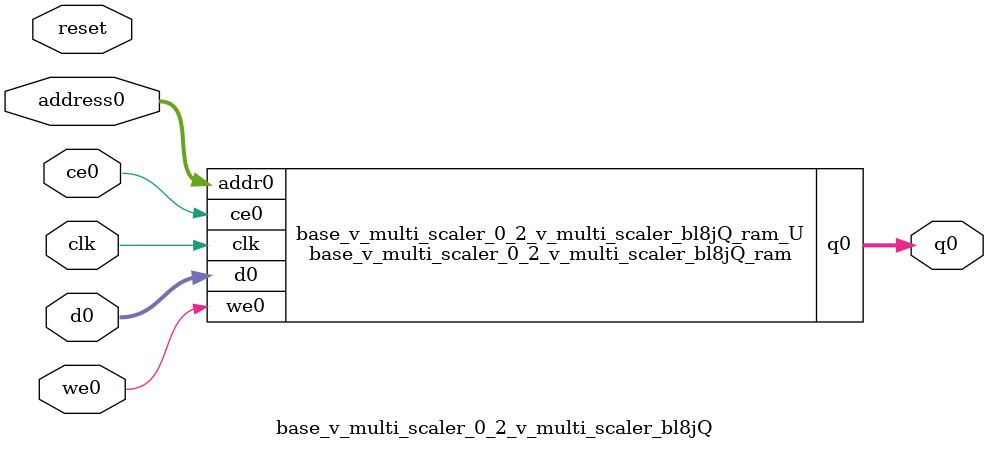
<source format=v>
`timescale 1 ns / 1 ps
module base_v_multi_scaler_0_2_v_multi_scaler_bl8jQ_ram (addr0, ce0, d0, we0, q0,  clk);

parameter DWIDTH = 18;
parameter AWIDTH = 12;
parameter MEM_SIZE = 4096;

input[AWIDTH-1:0] addr0;
input ce0;
input[DWIDTH-1:0] d0;
input we0;
output reg[DWIDTH-1:0] q0;
input clk;

(* ram_style = "block" *)reg [DWIDTH-1:0] ram[0:MEM_SIZE-1];




always @(posedge clk)  
begin 
    if (ce0) begin
        if (we0) 
            ram[addr0] <= d0; 
        q0 <= ram[addr0];
    end
end


endmodule

`timescale 1 ns / 1 ps
module base_v_multi_scaler_0_2_v_multi_scaler_bl8jQ(
    reset,
    clk,
    address0,
    ce0,
    we0,
    d0,
    q0);

parameter DataWidth = 32'd18;
parameter AddressRange = 32'd4096;
parameter AddressWidth = 32'd12;
input reset;
input clk;
input[AddressWidth - 1:0] address0;
input ce0;
input we0;
input[DataWidth - 1:0] d0;
output[DataWidth - 1:0] q0;



base_v_multi_scaler_0_2_v_multi_scaler_bl8jQ_ram base_v_multi_scaler_0_2_v_multi_scaler_bl8jQ_ram_U(
    .clk( clk ),
    .addr0( address0 ),
    .ce0( ce0 ),
    .we0( we0 ),
    .d0( d0 ),
    .q0( q0 ));

endmodule


</source>
